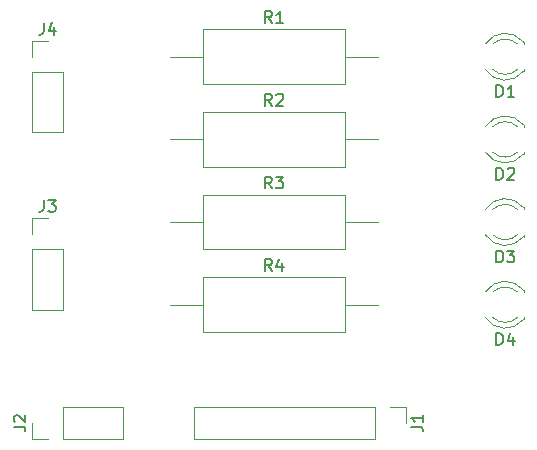
<source format=gbr>
G04 #@! TF.FileFunction,Legend,Top*
%FSLAX46Y46*%
G04 Gerber Fmt 4.6, Leading zero omitted, Abs format (unit mm)*
G04 Created by KiCad (PCBNEW 4.0.7) date Thu Feb 28 13:47:34 2019*
%MOMM*%
%LPD*%
G01*
G04 APERTURE LIST*
%ADD10C,0.100000*%
%ADD11C,0.120000*%
%ADD12C,0.150000*%
G04 APERTURE END LIST*
D10*
D11*
X275557665Y-20078608D02*
G75*
G03X278790000Y-20235516I1672335J1078608D01*
G01*
X275557665Y-17921392D02*
G75*
G02X278790000Y-17764484I1672335J-1078608D01*
G01*
X276188870Y-20079837D02*
G75*
G03X278270961Y-20080000I1041130J1079837D01*
G01*
X276188870Y-17920163D02*
G75*
G02X278270961Y-17920000I1041130J-1079837D01*
G01*
X278790000Y-20236000D02*
X278790000Y-20080000D01*
X278790000Y-17920000D02*
X278790000Y-17764000D01*
X275557665Y-27078608D02*
G75*
G03X278790000Y-27235516I1672335J1078608D01*
G01*
X275557665Y-24921392D02*
G75*
G02X278790000Y-24764484I1672335J-1078608D01*
G01*
X276188870Y-27079837D02*
G75*
G03X278270961Y-27080000I1041130J1079837D01*
G01*
X276188870Y-24920163D02*
G75*
G02X278270961Y-24920000I1041130J-1079837D01*
G01*
X278790000Y-27236000D02*
X278790000Y-27080000D01*
X278790000Y-24920000D02*
X278790000Y-24764000D01*
X275557665Y-34078608D02*
G75*
G03X278790000Y-34235516I1672335J1078608D01*
G01*
X275557665Y-31921392D02*
G75*
G02X278790000Y-31764484I1672335J-1078608D01*
G01*
X276188870Y-34079837D02*
G75*
G03X278270961Y-34080000I1041130J1079837D01*
G01*
X276188870Y-31920163D02*
G75*
G02X278270961Y-31920000I1041130J-1079837D01*
G01*
X278790000Y-34236000D02*
X278790000Y-34080000D01*
X278790000Y-31920000D02*
X278790000Y-31764000D01*
X275557665Y-41078608D02*
G75*
G03X278790000Y-41235516I1672335J1078608D01*
G01*
X275557665Y-38921392D02*
G75*
G02X278790000Y-38764484I1672335J-1078608D01*
G01*
X276188870Y-41079837D02*
G75*
G03X278270961Y-41080000I1041130J1079837D01*
G01*
X276188870Y-38920163D02*
G75*
G02X278270961Y-38920000I1041130J-1079837D01*
G01*
X278790000Y-41236000D02*
X278790000Y-41080000D01*
X278790000Y-38920000D02*
X278790000Y-38764000D01*
X250930000Y-48670000D02*
X250930000Y-51330000D01*
X266230000Y-48670000D02*
X250930000Y-48670000D01*
X266230000Y-51330000D02*
X250930000Y-51330000D01*
X266230000Y-48670000D02*
X266230000Y-51330000D01*
X267500000Y-48670000D02*
X268830000Y-48670000D01*
X268830000Y-48670000D02*
X268830000Y-50000000D01*
X239770000Y-51330000D02*
X244910000Y-51330000D01*
X244910000Y-51330000D02*
X244910000Y-48670000D01*
X244910000Y-48670000D02*
X239770000Y-48670000D01*
X239770000Y-48670000D02*
X239770000Y-51330000D01*
X238500000Y-51330000D02*
X237170000Y-51330000D01*
X237170000Y-51330000D02*
X237170000Y-50000000D01*
X237170000Y-35270000D02*
X237170000Y-40410000D01*
X237170000Y-40410000D02*
X239830000Y-40410000D01*
X239830000Y-40410000D02*
X239830000Y-35270000D01*
X239830000Y-35270000D02*
X237170000Y-35270000D01*
X237170000Y-34000000D02*
X237170000Y-32670000D01*
X237170000Y-32670000D02*
X238500000Y-32670000D01*
X237170000Y-20270000D02*
X237170000Y-25410000D01*
X237170000Y-25410000D02*
X239830000Y-25410000D01*
X239830000Y-25410000D02*
X239830000Y-20270000D01*
X239830000Y-20270000D02*
X237170000Y-20270000D01*
X237170000Y-19000000D02*
X237170000Y-17670000D01*
X237170000Y-17670000D02*
X238500000Y-17670000D01*
X251650000Y-16690000D02*
X251650000Y-21310000D01*
X251650000Y-21310000D02*
X263670000Y-21310000D01*
X263670000Y-21310000D02*
X263670000Y-16690000D01*
X263670000Y-16690000D02*
X251650000Y-16690000D01*
X248880000Y-19000000D02*
X251650000Y-19000000D01*
X266440000Y-19000000D02*
X263670000Y-19000000D01*
X251650000Y-23690000D02*
X251650000Y-28310000D01*
X251650000Y-28310000D02*
X263670000Y-28310000D01*
X263670000Y-28310000D02*
X263670000Y-23690000D01*
X263670000Y-23690000D02*
X251650000Y-23690000D01*
X248880000Y-26000000D02*
X251650000Y-26000000D01*
X266440000Y-26000000D02*
X263670000Y-26000000D01*
X251650000Y-30690000D02*
X251650000Y-35310000D01*
X251650000Y-35310000D02*
X263670000Y-35310000D01*
X263670000Y-35310000D02*
X263670000Y-30690000D01*
X263670000Y-30690000D02*
X251650000Y-30690000D01*
X248880000Y-33000000D02*
X251650000Y-33000000D01*
X266440000Y-33000000D02*
X263670000Y-33000000D01*
X251650000Y-37690000D02*
X251650000Y-42310000D01*
X251650000Y-42310000D02*
X263670000Y-42310000D01*
X263670000Y-42310000D02*
X263670000Y-37690000D01*
X263670000Y-37690000D02*
X251650000Y-37690000D01*
X248880000Y-40000000D02*
X251650000Y-40000000D01*
X266440000Y-40000000D02*
X263670000Y-40000000D01*
D12*
X276491905Y-22412381D02*
X276491905Y-21412381D01*
X276730000Y-21412381D01*
X276872858Y-21460000D01*
X276968096Y-21555238D01*
X277015715Y-21650476D01*
X277063334Y-21840952D01*
X277063334Y-21983810D01*
X277015715Y-22174286D01*
X276968096Y-22269524D01*
X276872858Y-22364762D01*
X276730000Y-22412381D01*
X276491905Y-22412381D01*
X278015715Y-22412381D02*
X277444286Y-22412381D01*
X277730000Y-22412381D02*
X277730000Y-21412381D01*
X277634762Y-21555238D01*
X277539524Y-21650476D01*
X277444286Y-21698095D01*
X276491905Y-29412381D02*
X276491905Y-28412381D01*
X276730000Y-28412381D01*
X276872858Y-28460000D01*
X276968096Y-28555238D01*
X277015715Y-28650476D01*
X277063334Y-28840952D01*
X277063334Y-28983810D01*
X277015715Y-29174286D01*
X276968096Y-29269524D01*
X276872858Y-29364762D01*
X276730000Y-29412381D01*
X276491905Y-29412381D01*
X277444286Y-28507619D02*
X277491905Y-28460000D01*
X277587143Y-28412381D01*
X277825239Y-28412381D01*
X277920477Y-28460000D01*
X277968096Y-28507619D01*
X278015715Y-28602857D01*
X278015715Y-28698095D01*
X277968096Y-28840952D01*
X277396667Y-29412381D01*
X278015715Y-29412381D01*
X276491905Y-36412381D02*
X276491905Y-35412381D01*
X276730000Y-35412381D01*
X276872858Y-35460000D01*
X276968096Y-35555238D01*
X277015715Y-35650476D01*
X277063334Y-35840952D01*
X277063334Y-35983810D01*
X277015715Y-36174286D01*
X276968096Y-36269524D01*
X276872858Y-36364762D01*
X276730000Y-36412381D01*
X276491905Y-36412381D01*
X277396667Y-35412381D02*
X278015715Y-35412381D01*
X277682381Y-35793333D01*
X277825239Y-35793333D01*
X277920477Y-35840952D01*
X277968096Y-35888571D01*
X278015715Y-35983810D01*
X278015715Y-36221905D01*
X277968096Y-36317143D01*
X277920477Y-36364762D01*
X277825239Y-36412381D01*
X277539524Y-36412381D01*
X277444286Y-36364762D01*
X277396667Y-36317143D01*
X276491905Y-43412381D02*
X276491905Y-42412381D01*
X276730000Y-42412381D01*
X276872858Y-42460000D01*
X276968096Y-42555238D01*
X277015715Y-42650476D01*
X277063334Y-42840952D01*
X277063334Y-42983810D01*
X277015715Y-43174286D01*
X276968096Y-43269524D01*
X276872858Y-43364762D01*
X276730000Y-43412381D01*
X276491905Y-43412381D01*
X277920477Y-42745714D02*
X277920477Y-43412381D01*
X277682381Y-42364762D02*
X277444286Y-43079048D01*
X278063334Y-43079048D01*
X269282381Y-50333333D02*
X269996667Y-50333333D01*
X270139524Y-50380953D01*
X270234762Y-50476191D01*
X270282381Y-50619048D01*
X270282381Y-50714286D01*
X270282381Y-49333333D02*
X270282381Y-49904762D01*
X270282381Y-49619048D02*
X269282381Y-49619048D01*
X269425238Y-49714286D01*
X269520476Y-49809524D01*
X269568095Y-49904762D01*
X235622381Y-50333333D02*
X236336667Y-50333333D01*
X236479524Y-50380953D01*
X236574762Y-50476191D01*
X236622381Y-50619048D01*
X236622381Y-50714286D01*
X235717619Y-49904762D02*
X235670000Y-49857143D01*
X235622381Y-49761905D01*
X235622381Y-49523809D01*
X235670000Y-49428571D01*
X235717619Y-49380952D01*
X235812857Y-49333333D01*
X235908095Y-49333333D01*
X236050952Y-49380952D01*
X236622381Y-49952381D01*
X236622381Y-49333333D01*
X238166667Y-31122381D02*
X238166667Y-31836667D01*
X238119047Y-31979524D01*
X238023809Y-32074762D01*
X237880952Y-32122381D01*
X237785714Y-32122381D01*
X238547619Y-31122381D02*
X239166667Y-31122381D01*
X238833333Y-31503333D01*
X238976191Y-31503333D01*
X239071429Y-31550952D01*
X239119048Y-31598571D01*
X239166667Y-31693810D01*
X239166667Y-31931905D01*
X239119048Y-32027143D01*
X239071429Y-32074762D01*
X238976191Y-32122381D01*
X238690476Y-32122381D01*
X238595238Y-32074762D01*
X238547619Y-32027143D01*
X238166667Y-16122381D02*
X238166667Y-16836667D01*
X238119047Y-16979524D01*
X238023809Y-17074762D01*
X237880952Y-17122381D01*
X237785714Y-17122381D01*
X239071429Y-16455714D02*
X239071429Y-17122381D01*
X238833333Y-16074762D02*
X238595238Y-16789048D01*
X239214286Y-16789048D01*
X257493334Y-16142381D02*
X257160000Y-15666190D01*
X256921905Y-16142381D02*
X256921905Y-15142381D01*
X257302858Y-15142381D01*
X257398096Y-15190000D01*
X257445715Y-15237619D01*
X257493334Y-15332857D01*
X257493334Y-15475714D01*
X257445715Y-15570952D01*
X257398096Y-15618571D01*
X257302858Y-15666190D01*
X256921905Y-15666190D01*
X258445715Y-16142381D02*
X257874286Y-16142381D01*
X258160000Y-16142381D02*
X258160000Y-15142381D01*
X258064762Y-15285238D01*
X257969524Y-15380476D01*
X257874286Y-15428095D01*
X257493334Y-23142381D02*
X257160000Y-22666190D01*
X256921905Y-23142381D02*
X256921905Y-22142381D01*
X257302858Y-22142381D01*
X257398096Y-22190000D01*
X257445715Y-22237619D01*
X257493334Y-22332857D01*
X257493334Y-22475714D01*
X257445715Y-22570952D01*
X257398096Y-22618571D01*
X257302858Y-22666190D01*
X256921905Y-22666190D01*
X257874286Y-22237619D02*
X257921905Y-22190000D01*
X258017143Y-22142381D01*
X258255239Y-22142381D01*
X258350477Y-22190000D01*
X258398096Y-22237619D01*
X258445715Y-22332857D01*
X258445715Y-22428095D01*
X258398096Y-22570952D01*
X257826667Y-23142381D01*
X258445715Y-23142381D01*
X257493334Y-30142381D02*
X257160000Y-29666190D01*
X256921905Y-30142381D02*
X256921905Y-29142381D01*
X257302858Y-29142381D01*
X257398096Y-29190000D01*
X257445715Y-29237619D01*
X257493334Y-29332857D01*
X257493334Y-29475714D01*
X257445715Y-29570952D01*
X257398096Y-29618571D01*
X257302858Y-29666190D01*
X256921905Y-29666190D01*
X257826667Y-29142381D02*
X258445715Y-29142381D01*
X258112381Y-29523333D01*
X258255239Y-29523333D01*
X258350477Y-29570952D01*
X258398096Y-29618571D01*
X258445715Y-29713810D01*
X258445715Y-29951905D01*
X258398096Y-30047143D01*
X258350477Y-30094762D01*
X258255239Y-30142381D01*
X257969524Y-30142381D01*
X257874286Y-30094762D01*
X257826667Y-30047143D01*
X257493334Y-37142381D02*
X257160000Y-36666190D01*
X256921905Y-37142381D02*
X256921905Y-36142381D01*
X257302858Y-36142381D01*
X257398096Y-36190000D01*
X257445715Y-36237619D01*
X257493334Y-36332857D01*
X257493334Y-36475714D01*
X257445715Y-36570952D01*
X257398096Y-36618571D01*
X257302858Y-36666190D01*
X256921905Y-36666190D01*
X258350477Y-36475714D02*
X258350477Y-37142381D01*
X258112381Y-36094762D02*
X257874286Y-36809048D01*
X258493334Y-36809048D01*
M02*

</source>
